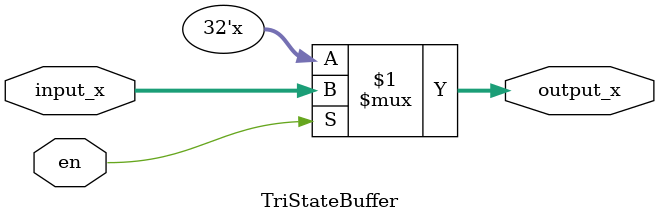
<source format=v>
module TriStateBuffer(input_x, en, output_x);

input [31:0] input_x;
input en;

output [31:0]output_x;

//assign output_x[31:0] = en? input_x[31:0] : 'bz;

assign output_x = en ? input_x: 32'bz;

endmodule

</source>
